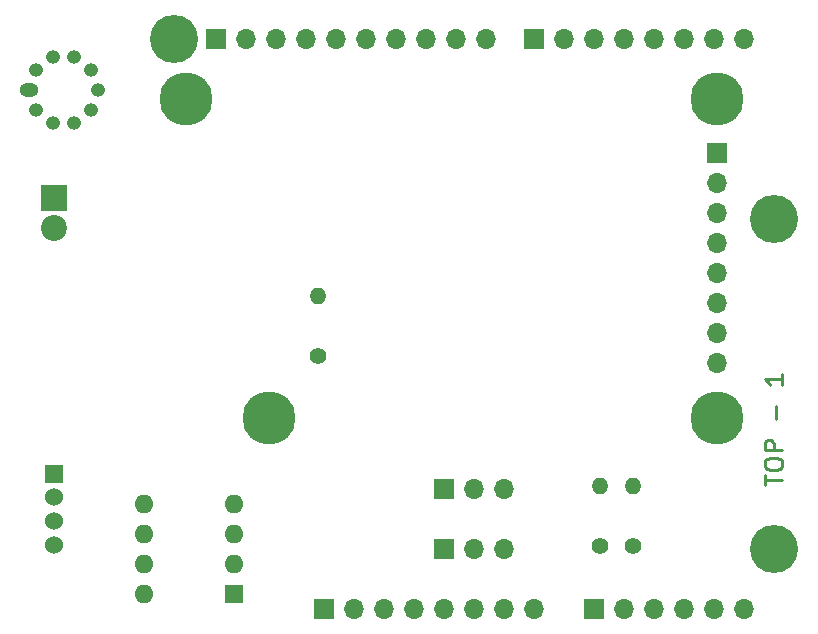
<source format=gbr>
%TF.GenerationSoftware,KiCad,Pcbnew,(6.0.0-rc1-120-ge56e61ffb5)*%
%TF.CreationDate,2022-01-08T17:43:00+01:00*%
%TF.ProjectId,shield_gas_sensor,73686965-6c64-45f6-9761-735f73656e73,1.0*%
%TF.SameCoordinates,Original*%
%TF.FileFunction,Copper,L1,Top*%
%TF.FilePolarity,Positive*%
%FSLAX46Y46*%
G04 Gerber Fmt 4.6, Leading zero omitted, Abs format (unit mm)*
G04 Created by KiCad (PCBNEW (6.0.0-rc1-120-ge56e61ffb5)) date 2022-01-08 17:43:00*
%MOMM*%
%LPD*%
G01*
G04 APERTURE LIST*
%ADD10C,0.250000*%
%TA.AperFunction,NonConductor*%
%ADD11C,0.250000*%
%TD*%
%TA.AperFunction,ComponentPad*%
%ADD12C,4.064000*%
%TD*%
%TA.AperFunction,ComponentPad*%
%ADD13R,1.700000X1.700000*%
%TD*%
%TA.AperFunction,ComponentPad*%
%ADD14O,1.700000X1.700000*%
%TD*%
%TA.AperFunction,ComponentPad*%
%ADD15C,1.400000*%
%TD*%
%TA.AperFunction,ComponentPad*%
%ADD16O,1.400000X1.400000*%
%TD*%
%TA.AperFunction,ComponentPad*%
%ADD17C,4.500000*%
%TD*%
%TA.AperFunction,ComponentPad*%
%ADD18R,1.524000X1.524000*%
%TD*%
%TA.AperFunction,ComponentPad*%
%ADD19C,1.524000*%
%TD*%
%TA.AperFunction,ComponentPad*%
%ADD20O,1.600000X1.200000*%
%TD*%
%TA.AperFunction,ComponentPad*%
%ADD21O,1.200000X1.200000*%
%TD*%
%TA.AperFunction,ComponentPad*%
%ADD22R,2.200000X2.200000*%
%TD*%
%TA.AperFunction,ComponentPad*%
%ADD23C,2.200000*%
%TD*%
%TA.AperFunction,ComponentPad*%
%ADD24R,1.600000X1.600000*%
%TD*%
%TA.AperFunction,ComponentPad*%
%ADD25O,1.600000X1.600000*%
%TD*%
G04 APERTURE END LIST*
D10*
D11*
X176216571Y-113335000D02*
X176216571Y-112477857D01*
X177716571Y-112906428D02*
X176216571Y-112906428D01*
X176216571Y-111692142D02*
X176216571Y-111406428D01*
X176288000Y-111263571D01*
X176430857Y-111120714D01*
X176716571Y-111049285D01*
X177216571Y-111049285D01*
X177502285Y-111120714D01*
X177645142Y-111263571D01*
X177716571Y-111406428D01*
X177716571Y-111692142D01*
X177645142Y-111835000D01*
X177502285Y-111977857D01*
X177216571Y-112049285D01*
X176716571Y-112049285D01*
X176430857Y-111977857D01*
X176288000Y-111835000D01*
X176216571Y-111692142D01*
X177716571Y-110406428D02*
X176216571Y-110406428D01*
X176216571Y-109835000D01*
X176288000Y-109692142D01*
X176359428Y-109620714D01*
X176502285Y-109549285D01*
X176716571Y-109549285D01*
X176859428Y-109620714D01*
X176930857Y-109692142D01*
X177002285Y-109835000D01*
X177002285Y-110406428D01*
X177145142Y-107763571D02*
X177145142Y-106620714D01*
X177716571Y-103977857D02*
X177716571Y-104835000D01*
X177716571Y-104406428D02*
X176216571Y-104406428D01*
X176430857Y-104549285D01*
X176573714Y-104692142D01*
X176645142Y-104835000D01*
D12*
%TO.P,P6,1,Pin_1*%
%TO.N,unconnected-(P6-Pad1)*%
X177038000Y-118745000D03*
%TD*%
%TO.P,P7,1,Pin_1*%
%TO.N,unconnected-(P7-Pad1)*%
X126238000Y-75565000D03*
%TD*%
%TO.P,P8,1,Pin_1*%
%TO.N,unconnected-(P8-Pad1)*%
X177038000Y-90805000D03*
%TD*%
D13*
%TO.P,J4,1,Pin_1*%
%TO.N,/ANA_GAZ_0*%
X149098000Y-118745000D03*
D14*
%TO.P,J4,2,Pin_2*%
%TO.N,/A0*%
X151638000Y-118745000D03*
%TO.P,J4,3,Pin_3*%
%TO.N,/ANA_GAZ_1*%
X154178000Y-118745000D03*
%TD*%
D15*
%TO.P,JP1,1,A*%
%TO.N,GND*%
X138430000Y-102439000D03*
D16*
%TO.P,JP1,2,B*%
X138430000Y-97359000D03*
%TD*%
D17*
%TO.P,J3,0*%
%TO.N,N/C*%
X134212000Y-107645000D03*
X172212000Y-107645000D03*
X172212000Y-80645000D03*
X127212000Y-80645000D03*
D13*
%TO.P,J3,1,Pin_1*%
%TO.N,/11 Rx*%
X172212000Y-85217000D03*
D14*
%TO.P,J3,2,Pin_2*%
%TO.N,/10 Tx *%
X172212000Y-87757000D03*
%TO.P,J3,3,Pin_3*%
%TO.N,unconnected-(J3-Pad3)*%
X172212000Y-90297000D03*
%TO.P,J3,4,Pin_4*%
%TO.N,unconnected-(J3-Pad4)*%
X172212000Y-92837000D03*
%TO.P,J3,5,Pin_5*%
%TO.N,/12 RST*%
X172212000Y-95377000D03*
%TO.P,J3,6,Pin_6*%
%TO.N,+3V3*%
X172212000Y-97917000D03*
%TO.P,J3,7,Pin_7*%
%TO.N,unconnected-(J3-Pad7)*%
X172212000Y-100457000D03*
%TO.P,J3,8,Pin_8*%
%TO.N,GND*%
X172212000Y-102997000D03*
%TD*%
D15*
%TO.P,JP3,1,A*%
%TO.N,GND*%
X162306000Y-118491000D03*
D16*
%TO.P,JP3,2,B*%
X162306000Y-113411000D03*
%TD*%
D18*
%TO.P,J2,1,Pin_1*%
%TO.N,GND*%
X116078000Y-112395000D03*
D19*
%TO.P,J2,2,Pin_2*%
%TO.N,+5V*%
X116078000Y-114395000D03*
%TO.P,J2,3,Pin_3*%
%TO.N,unconnected-(J2-Pad3)*%
X116078000Y-116395000D03*
%TO.P,J2,4,Pin_4*%
%TO.N,/ANA_GAZ_1*%
X116078000Y-118395000D03*
%TD*%
D13*
%TO.P,J5,1,Pin_1*%
%TO.N,+3V3*%
X149098000Y-113665000D03*
D14*
%TO.P,J5,2,Pin_2*%
%TO.N,/D2*%
X151638000Y-113665000D03*
%TO.P,J5,3,Pin_3*%
%TO.N,GND*%
X154178000Y-113665000D03*
%TD*%
D20*
%TO.P,S1,1,temp_1*%
%TO.N,+3V3*%
X113925000Y-79883000D03*
D21*
%TO.P,S1,2,gas1_a*%
X114482670Y-81599333D03*
%TO.P,S1,3,heater_1*%
%TO.N,/0-12V Power Supply*%
X115942670Y-82660085D03*
%TO.P,S1,4,gas1_b*%
%TO.N,/Isens*%
X117747330Y-82660085D03*
%TO.P,S1,5,NC*%
%TO.N,unconnected-(S1-Pad5)*%
X119207330Y-81599333D03*
%TO.P,S1,6,temp_2*%
%TO.N,/A1*%
X119765000Y-79883000D03*
%TO.P,S1,7,gas2_a*%
%TO.N,unconnected-(S1-Pad7)*%
X119207330Y-78166667D03*
%TO.P,S1,8,heater_2*%
%TO.N,GND*%
X117747330Y-77105915D03*
%TO.P,S1,9,gas2_b*%
%TO.N,unconnected-(S1-Pad9)*%
X115942670Y-77105915D03*
%TO.P,S1,10,NC*%
%TO.N,unconnected-(S1-Pad10)*%
X114482670Y-78166667D03*
%TD*%
D22*
%TO.P,J1,1,Pin_1*%
%TO.N,GND*%
X116078000Y-89027000D03*
D23*
%TO.P,J1,2,Pin_2*%
%TO.N,/0-12V Power Supply*%
X116078000Y-91567000D03*
%TD*%
D15*
%TO.P,JP2,1,A*%
%TO.N,+3V3*%
X165100000Y-118491000D03*
D16*
%TO.P,JP2,2,B*%
X165100000Y-113411000D03*
%TD*%
D24*
%TO.P,U1,1,NC*%
%TO.N,unconnected-(U1-Pad1)*%
X131298000Y-122545000D03*
D25*
%TO.P,U1,2,-IN*%
%TO.N,Net-(C4-Pad1)*%
X131298000Y-120005000D03*
%TO.P,U1,3,+IN*%
%TO.N,Net-(C1-Pad1)*%
X131298000Y-117465000D03*
%TO.P,U1,4,V-*%
%TO.N,GND*%
X131298000Y-114925000D03*
%TO.P,U1,5,EXT_CLOCK_IN*%
%TO.N,unconnected-(U1-Pad5)*%
X123678000Y-114925000D03*
%TO.P,U1,6,OUT*%
%TO.N,Net-(C4-Pad2)*%
X123678000Y-117465000D03*
%TO.P,U1,7,V+*%
%TO.N,+5V*%
X123678000Y-120005000D03*
%TO.P,U1,8,NC*%
%TO.N,unconnected-(U1-Pad8)*%
X123678000Y-122545000D03*
%TD*%
D13*
%TO.P,P1,1,Pin_1*%
%TO.N,unconnected-(P1-Pad1)*%
X138938000Y-123825000D03*
D14*
%TO.P,P1,2,Pin_2*%
%TO.N,/IOREF*%
X141478000Y-123825000D03*
%TO.P,P1,3,Pin_3*%
%TO.N,/Reset*%
X144018000Y-123825000D03*
%TO.P,P1,4,Pin_4*%
%TO.N,+3V3*%
X146558000Y-123825000D03*
%TO.P,P1,5,Pin_5*%
%TO.N,+5V*%
X149098000Y-123825000D03*
%TO.P,P1,6,Pin_6*%
%TO.N,GND*%
X151638000Y-123825000D03*
%TO.P,P1,7,Pin_7*%
X154178000Y-123825000D03*
%TO.P,P1,8,Pin_8*%
%TO.N,/Vin*%
X156718000Y-123825000D03*
%TD*%
D13*
%TO.P,P2,1,Pin_1*%
%TO.N,/A0*%
X161798000Y-123825000D03*
D14*
%TO.P,P2,2,Pin_2*%
%TO.N,/A1*%
X164338000Y-123825000D03*
%TO.P,P2,3,Pin_3*%
%TO.N,/A2*%
X166878000Y-123825000D03*
%TO.P,P2,4,Pin_4*%
%TO.N,/A3*%
X169418000Y-123825000D03*
%TO.P,P2,5,Pin_5*%
%TO.N,/A4(SDA)*%
X171958000Y-123825000D03*
%TO.P,P2,6,Pin_6*%
%TO.N,/A5(SCL)*%
X174498000Y-123825000D03*
%TD*%
D13*
%TO.P,P3,1,Pin_1*%
%TO.N,unconnected-(P3-Pad1)*%
X129794000Y-75565000D03*
D14*
%TO.P,P3,2,Pin_2*%
%TO.N,unconnected-(P3-Pad2)*%
X132334000Y-75565000D03*
%TO.P,P3,3,Pin_3*%
%TO.N,/AREF*%
X134874000Y-75565000D03*
%TO.P,P3,4,Pin_4*%
%TO.N,GND*%
X137414000Y-75565000D03*
%TO.P,P3,5,Pin_5*%
%TO.N,/13(SCK)*%
X139954000Y-75565000D03*
%TO.P,P3,6,Pin_6*%
%TO.N,/12 RST*%
X142494000Y-75565000D03*
%TO.P,P3,7,Pin_7*%
%TO.N,/11 Rx*%
X145034000Y-75565000D03*
%TO.P,P3,8,Pin_8*%
%TO.N,/10 Tx *%
X147574000Y-75565000D03*
%TO.P,P3,9,Pin_9*%
%TO.N,/9(\u002A\u002A)*%
X150114000Y-75565000D03*
%TO.P,P3,10,Pin_10*%
%TO.N,/8*%
X152654000Y-75565000D03*
%TD*%
D13*
%TO.P,P4,1,Pin_1*%
%TO.N,/7*%
X156718000Y-75565000D03*
D14*
%TO.P,P4,2,Pin_2*%
%TO.N,/6(\u002A\u002A)*%
X159258000Y-75565000D03*
%TO.P,P4,3,Pin_3*%
%TO.N,/5(\u002A\u002A)*%
X161798000Y-75565000D03*
%TO.P,P4,4,Pin_4*%
%TO.N,/4*%
X164338000Y-75565000D03*
%TO.P,P4,5,Pin_5*%
%TO.N,/3(\u002A\u002A)*%
X166878000Y-75565000D03*
%TO.P,P4,6,Pin_6*%
%TO.N,/2*%
X169418000Y-75565000D03*
%TO.P,P4,7,Pin_7*%
%TO.N,/1(Tx)*%
X171958000Y-75565000D03*
%TO.P,P4,8,Pin_8*%
%TO.N,/0(Rx)*%
X174498000Y-75565000D03*
%TD*%
M02*

</source>
